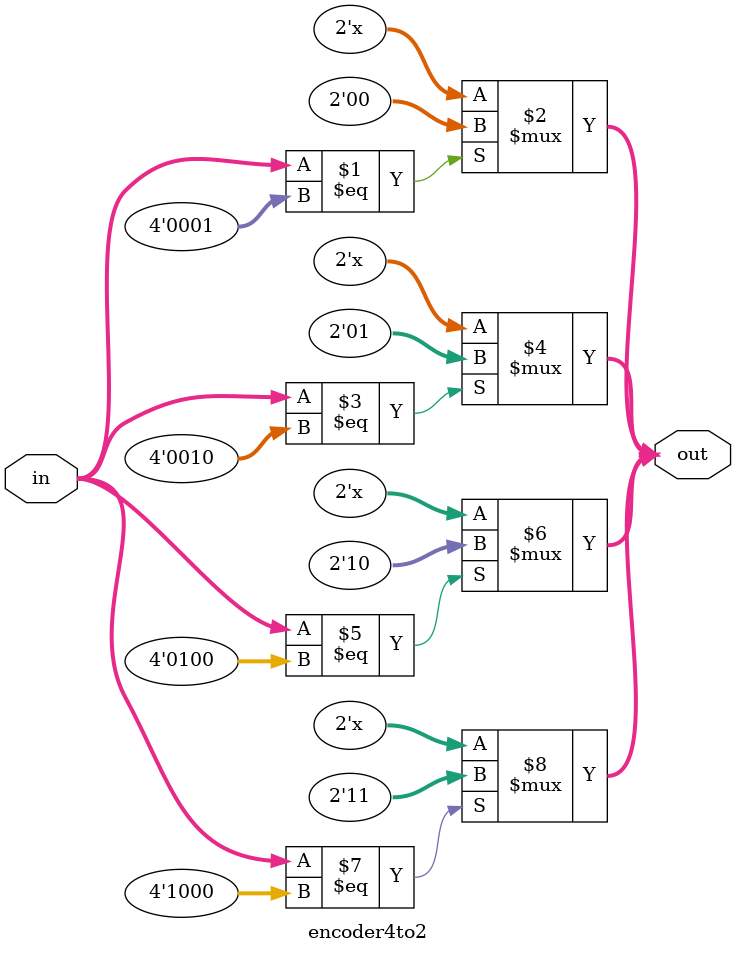
<source format=v>
module encoder4to2 (
    input  [3:0] in,
    output [1:0] out
);

    assign out = (in == 4'b0001) ? 2'b00 : 2'bzz;
    assign out = (in == 4'b0010) ? 2'b01 : 2'bzz;
    assign out = (in == 4'b0100) ? 2'b10 : 2'bzz;
    assign out = (in == 4'b1000) ? 2'b11 : 2'bzz;

endmodule

</source>
